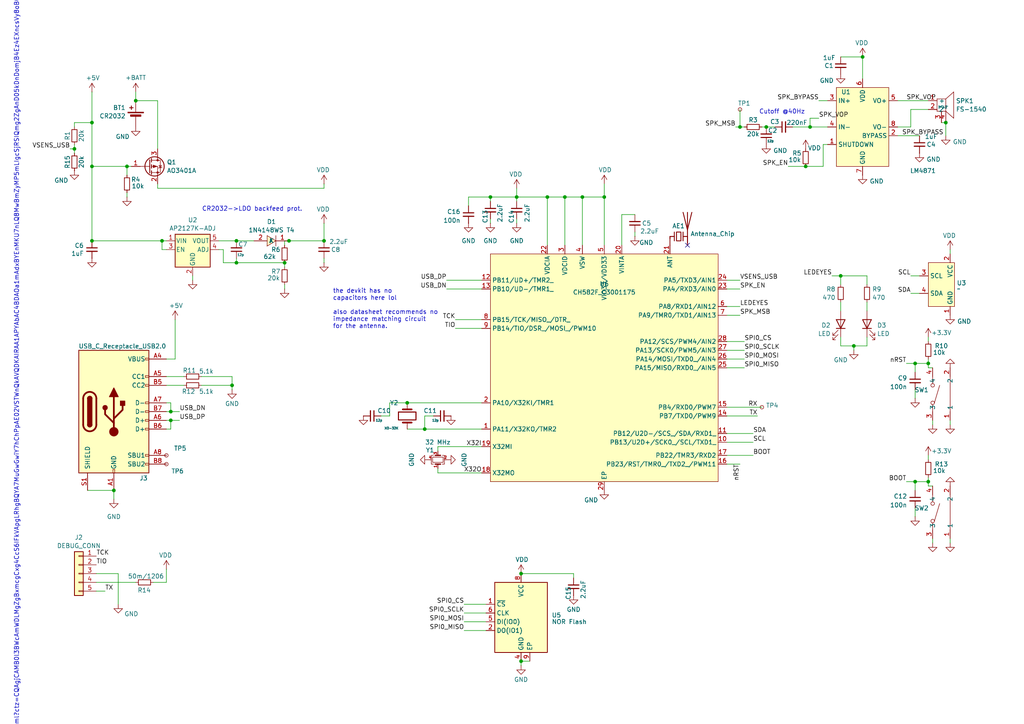
<source format=kicad_sch>
(kicad_sch (version 20250114) (generator "eeschema") (generator_version "9.0")
  (paper "A4")
  (lib_symbols
    (symbol "BadgeMagic:ZD25WD"
      (property "Reference" "U" (at 9.144 0.254 0))
      (symbol "ZD25WD_1_1"
        (pin input line (at -10.16 3.81 0) (length 2.54) (name "~{CS}") (number "1"))
        (pin input line (at -10.16 1.27 0) (length 2.54) (name "CLK") (number "6"))
        (pin bidirectional line (at -10.16 -1.27 0) (length 2.54) (name "DI(IO0)") (number "5"))
        (pin bidirectional line (at -10.16 -3.81 0) (length 2.54) (name "DO(IO1)") (number "2"))
        (pin power_in line (at 0 12.7 270) (length 2.54) (name "VCC") (number "8"))
        (pin power_in line (at 0 -12.7 90) (length 2.54) (name "GND") (number "4"))
        (pin passive line (at 2.54 -12.7 90) (length 2.54) (name "EP") (number "9"))
      )
    )
    (symbol "Connector:TestPoint_Small" (pin_numbers (hide yes)) (pin_names (offset 0.762) (hide yes))
      (property "Reference" "TP" (at 0 3.81 0))
      (property "Value" "TestPoint_Small" (at 0 2.032 0))
      (symbol "TestPoint_Small_1_1"
        (pin passive line (at 0 0 90) (length 0) (name "1") (number "1"))
      )
    )
    (symbol "Connector:USB_C_Receptacle_USB2.0" (pin_names (offset 1.016))
      (property "Reference" "J" (at -10.16 19.05 0))
      (property "Value" "USB_C_Receptacle_USB2.0" (at 19.05 19.05 0))
      (symbol "USB_C_Receptacle_USB2.0_1_1"
        (pin passive line (at -7.62 -22.86 90) (length 5.08) (name "SHIELD") (number "S1"))
        (pin passive line (at 0 -22.86 90) (length 5.08) (name "GND") (number "A1"))
        (pin passive line (at 0 -22.86 90) (length 5.08) (hide yes) (name "GND") (number "A12"))
        (pin passive line (at 0 -22.86 90) (length 5.08) (hide yes) (name "GND") (number "B1"))
        (pin passive line (at 0 -22.86 90) (length 5.08) (hide yes) (name "GND") (number "B12"))
        (pin passive line (at 15.24 15.24 180) (length 5.08) (name "VBUS") (number "A4"))
        (pin passive line (at 15.24 15.24 180) (length 5.08) (hide yes) (name "VBUS") (number "A9"))
        (pin passive line (at 15.24 15.24 180) (length 5.08) (hide yes) (name "VBUS") (number "B4"))
        (pin passive line (at 15.24 15.24 180) (length 5.08) (hide yes) (name "VBUS") (number "B9"))
        (pin bidirectional line (at 15.24 10.16 180) (length 5.08) (name "CC1") (number "A5"))
        (pin bidirectional line (at 15.24 7.62 180) (length 5.08) (name "CC2") (number "B5"))
        (pin bidirectional line (at 15.24 2.54 180) (length 5.08) (name "D-") (number "A7"))
        (pin bidirectional line (at 15.24 0 180) (length 5.08) (name "D-") (number "B7"))
        (pin bidirectional line (at 15.24 -2.54 180) (length 5.08) (name "D+") (number "A6"))
        (pin bidirectional line (at 15.24 -5.08 180) (length 5.08) (name "D+") (number "B6"))
        (pin bidirectional line (at 15.24 -12.7 180) (length 5.08) (name "SBU1") (number "A8"))
        (pin bidirectional line (at 15.24 -15.24 180) (length 5.08) (name "SBU2") (number "B8"))
      )
    )
    (symbol "Connector_Generic:Conn_01x05" (pin_names (offset 1.016) (hide yes))
      (property "Reference" "J" (at 0 7.62 0))
      (property "Value" "Conn_01x05" (at 0 -7.62 0))
      (symbol "Conn_01x05_1_1"
        (pin passive line (at -5.08 5.08 0) (length 3.81) (name "Pin_1") (number "1"))
        (pin passive line (at -5.08 2.54 0) (length 3.81) (name "Pin_2") (number "2"))
        (pin passive line (at -5.08 0 0) (length 3.81) (name "Pin_3") (number "3"))
        (pin passive line (at -5.08 -2.54 0) (length 3.81) (name "Pin_4") (number "4"))
        (pin passive line (at -5.08 -5.08 0) (length 3.81) (name "Pin_5") (number "5"))
      )
    )
    (symbol "Critbit_lib:OLED_4Pin"
      (property "Reference" "U" (at 0 5.08 0))
      (symbol "OLED_4Pin_1_1"
        (pin power_in line (at -6.35 2.54 0) (length 2.54) (name "SCL") (number "3"))
        (pin power_in line (at -6.35 -2.54 0) (length 2.54) (name "SDA") (number "4"))
        (pin power_in line (at 2.54 8.89 270) (length 2.54) (name "VCC") (number "2"))
        (pin power_in line (at 2.54 -8.89 90) (length 2.54) (name "GND") (number "1"))
      )
    )
    (symbol "Device:Antenna_Chip" (pin_numbers (hide yes)) (pin_names (offset 1.016) (hide yes))
      (property "Reference" "AE" (at 0 5.08 0))
      (property "Value" "Antenna_Chip" (at 0 3.175 0))
      (symbol "Antenna_Chip_1_1"
        (pin input line (at -2.54 -2.54 90) (length 2.54) (name "FEED") (number "1"))
        (pin passive line (at 2.54 -2.54 90) (length 2.54) (name "PCB_Trace") (number "2"))
      )
    )
    (symbol "Device:Battery_Cell" (pin_numbers (hide yes)) (pin_names (offset 0) (hide yes))
      (property "Reference" "BT" (at 2.54 2.54 0))
      (property "Value" "Battery_Cell" (at 2.54 0 0))
      (symbol "Battery_Cell_1_1"
        (pin passive line (at 0 5.08 270) (length 2.54) (name "+") (number "1"))
        (pin passive line (at 0 -2.54 90) (length 2.54) (name "-") (number "2"))
      )
    )
    (symbol "Device:C_Small" (pin_numbers (hide yes)) (pin_names (offset 0.254) (hide yes))
      (property "Reference" "C" (at 0.254 1.778 0))
      (property "Value" "C_Small" (at 0.254 -2.032 0))
      (symbol "C_Small_1_1"
        (pin passive line (at 0 2.54 270) (length 2.032) (name "~") (number "1"))
        (pin passive line (at 0 -2.54 90) (length 2.032) (name "~") (number "2"))
      )
    )
    (symbol "Device:Crystal" (pin_numbers (hide yes)) (pin_names (offset 1.016) (hide yes))
      (property "Reference" "Y" (at 0 3.81 0))
      (property "Value" "Crystal" (at 0 -3.81 0))
      (symbol "Crystal_1_1"
        (pin passive line (at -3.81 0 0) (length 1.27) (name "1") (number "1"))
        (pin passive line (at 3.81 0 180) (length 1.27) (name "2") (number "2"))
      )
    )
    (symbol "Device:Crystal_GND24_Small" (pin_names (offset 1.016) (hide yes))
      (property "Reference" "Y" (at 1.27 4.445 0))
      (property "Value" "Crystal_GND24_Small" (at 1.27 2.54 0))
      (symbol "Crystal_GND24_Small_1_1"
        (pin passive line (at -2.54 0 0) (length 1.27) (name "1") (number "1"))
        (pin passive line (at 0 2.54 270) (length 0.635) (name "4") (number "4"))
        (pin passive line (at 0 -2.54 90) (length 0.635) (name "2") (number "2"))
        (pin passive line (at 2.54 0 180) (length 1.27) (name "3") (number "3"))
      )
    )
    (symbol "Device:LED" (pin_numbers (hide yes)) (pin_names (offset 1.016) (hide yes))
      (property "Reference" "D" (at 0 2.54 0))
      (property "Value" "LED" (at 0 -2.54 0))
      (symbol "LED_1_1"
        (pin passive line (at -3.81 0 0) (length 2.54) (name "K") (number "1"))
        (pin passive line (at 3.81 0 180) (length 2.54) (name "A") (number "2"))
      )
    )
    (symbol "Device:R_Small" (pin_numbers (hide yes)) (pin_names (offset 0.254) (hide yes))
      (property "Reference" "R" (at 0.762 0.508 0))
      (property "Value" "R_Small" (at 0.762 -1.016 0))
      (symbol "R_Small_1_1"
        (pin passive line (at 0 2.54 270) (length 0.762) (name "~") (number "1"))
        (pin passive line (at 0 -2.54 90) (length 0.762) (name "~") (number "2"))
      )
    )
    (symbol "Regulator_Linear:AP2127K-ADJ" (pin_names (offset 0.254))
      (property "Reference" "U" (at -5.08 5.715 0))
      (property "Value" "AP2127K-ADJ" (at 0 5.715 0))
      (symbol "AP2127K-ADJ_1_1"
        (pin power_in line (at -7.62 2.54 0) (length 2.54) (name "VIN") (number "1"))
        (pin input line (at -7.62 0 0) (length 2.54) (name "EN") (number "3"))
        (pin power_in line (at 0 -7.62 90) (length 2.54) (name "GND") (number "2"))
        (pin power_out line (at 7.62 2.54 180) (length 2.54) (name "VOUT") (number "5"))
        (pin input line (at 7.62 0 180) (length 2.54) (name "ADJ") (number "4"))
      )
    )
    (symbol "Transistor_FET:AO3401A" (pin_names (hide yes))
      (property "Reference" "Q" (at 5.08 1.905 0))
      (property "Value" "AO3401A" (at 5.08 0 0))
      (symbol "AO3401A_1_1"
        (pin input line (at -5.08 0 0) (length 2.54) (name "G") (number "1"))
        (pin passive line (at 2.54 5.08 270) (length 2.54) (name "D") (number "3"))
        (pin passive line (at 2.54 -5.08 90) (length 2.54) (name "S") (number "2"))
      )
    )
    (symbol "easyeda2kicad:1N4148WST4"
      (property "Reference" "D" (at 0 5.08 0))
      (property "Value" "1N4148WS T4" (at 0 -5.08 0))
      (symbol "1N4148WST4_0_1"
        (pin unspecified line (at -5.08 0 0) (length 3.81) (name "K") (number "1"))
        (pin unspecified line (at 5.08 0 180) (length 3.81) (name "A") (number "2"))
      )
    )
    (symbol "easyeda2kicad:CH582F_C3001175"
      (property "Reference" "U" (at 29.972 34.544 0))
      (property "Value" "CH582F" (at -1.27 -1.27 0))
      (symbol "CH582F_C3001175_0_1"
        (pin unspecified line (at -35.56 25.4 0) (length 2.54) (name "PB11/UD+/TMR2_") (number "12"))
        (pin unspecified line (at -35.56 22.86 0) (length 2.54) (name "PB10/UD-/TMR1_") (number "13"))
        (pin unspecified line (at -35.56 13.97 0) (length 2.54) (name "PB15/TCK/MISO_/DTR_") (number "8"))
        (pin unspecified line (at -35.56 11.43 0) (length 2.54) (name "PB14/TIO/DSR_/MOSI_/PWM10") (number "9"))
        (pin unspecified line (at -35.56 -10.16 0) (length 2.54) (name "PA10/X32KI/TMR1") (number "2"))
        (pin unspecified line (at -35.56 -17.78 0) (length 2.54) (name "PA11/X32KO/TMR2") (number "1"))
        (pin unspecified line (at -35.56 -22.86 0) (length 2.54) (name "X32MI") (number "19"))
        (pin unspecified line (at -35.56 -30.48 0) (length 2.54) (name "X32MO") (number "18"))
        (pin unspecified line (at -16.51 35.56 270) (length 2.54) (name "VDCIA") (number "22"))
        (pin unspecified line (at -11.43 35.56 270) (length 2.54) (name "VDCID") (number "3"))
        (pin unspecified line (at -6.35 35.56 270) (length 2.54) (name "VSW") (number "4"))
        (pin unspecified line (at 0 35.56 270) (length 2.54) (name "VIO33/VDD33") (number "5"))
        (pin unspecified line (at 0 -35.56 90) (length 2.54) (name "EP") (number "29"))
        (pin unspecified line (at 5.08 35.56 270) (length 2.54) (name "VINTA") (number "20"))
        (pin unspecified line (at 19.05 35.56 270) (length 2.54) (name "ANT") (number "21"))
        (pin unspecified line (at 35.56 25.4 180) (length 2.54) (name "PA5/TXD3/AIN1") (number "24"))
        (pin unspecified line (at 35.56 22.86 180) (length 2.54) (name "PA4/RXD3/AIN0") (number "23"))
        (pin unspecified line (at 35.56 17.78 180) (length 2.54) (name "PA8/RXD1/AIN12") (number "6"))
        (pin unspecified line (at 35.56 15.24 180) (length 2.54) (name "PA9/TMR0/TXD1/AIN13") (number "7"))
        (pin unspecified line (at 35.56 7.62 180) (length 2.54) (name "PA12/SCS/PWM4/AIN2") (number "28"))
        (pin unspecified line (at 35.56 5.08 180) (length 2.54) (name "PA13/SCK0/PWM5/AIN3") (number "27"))
        (pin unspecified line (at 35.56 2.54 180) (length 2.54) (name "PA14/MOSI/TXD0_/AIN4") (number "26"))
        (pin unspecified line (at 35.56 0 180) (length 2.54) (name "PA15/MISO/RXD0_/AIN5") (number "25"))
        (pin unspecified line (at 35.56 -11.43 180) (length 2.54) (name "PB4/RXD0/PWM7") (number "15"))
        (pin unspecified line (at 35.56 -13.97 180) (length 2.54) (name "PB7/TXD0/PWM9") (number "14"))
        (pin unspecified line (at 35.56 -19.05 180) (length 2.54) (name "PB12/U2D-/SCS_/SDA/RXD1_") (number "11"))
        (pin unspecified line (at 35.56 -21.59 180) (length 2.54) (name "PB13/U2D+/SCK0_/SCL/TXD1_") (number "10"))
        (pin unspecified line (at 35.56 -25.4 180) (length 2.54) (name "PB22/TMR3/RXD2") (number "17"))
        (pin unspecified line (at 35.56 -27.94 180) (length 2.54) (name "PB23/RST/TMR0_/TXD2_/PWM11") (number "16"))
      )
    )
    (symbol "easyeda2kicad:FS-1540"
      (property "Reference" "SPK" (at 0 6.35 0))
      (property "Value" "FS-1540" (at 0 -10.16 0))
      (symbol "FS-1540_0_1"
        (pin unspecified line (at -3.81 1.27 0) (length 2.54) (name "+") (number "1"))
        (pin unspecified line (at -3.81 -1.27 0) (length 2.54) (name "2") (number "2"))
        (pin unspecified line (at 0 -5.08 90) (length 3.302) (name "3") (number "3"))
        (pin unspecified line (at 1.27 -5.08 90) (length 3.302) (name "4") (number "4"))
      )
    )
    (symbol "easyeda2kicad:LM4871_C7494970"
      (property "Reference" "U" (at 5.588 12.446 0))
      (property "Value" "LM4871_C7494970" (at 0.254 -12.954 0))
      (symbol "LM4871_C7494970_0_1"
        (pin unspecified line (at -10.16 7.62 0) (length 2.54) (name "IN+") (number "3"))
        (pin unspecified line (at -10.16 0 0) (length 2.54) (name "IN-") (number "4"))
        (pin unspecified line (at -10.16 -5.08 0) (length 2.54) (name "SHUTDOWN") (number "1"))
        (pin unspecified line (at 0 13.97 270) (length 2.54) (name "VDD") (number "6"))
        (pin unspecified line (at 0 -13.97 90) (length 2.54) (name "GND") (number "7"))
        (pin unspecified line (at 10.16 7.62 180) (length 2.54) (name "VO+") (number "5"))
        (pin unspecified line (at 10.16 0 180) (length 2.54) (name "VO-") (number "8"))
        (pin unspecified line (at 10.16 -2.54 180) (length 2.54) (name "BYPASS") (number "2"))
      )
    )
    (symbol "easyeda2kicad:TS24CA"
      (property "Reference" "SW" (at 0 7.62 0))
      (property "Value" "TS24CA" (at 0 -7.62 0))
      (symbol "TS24CA_0_1"
        (pin unspecified line (at -7.62 2.54 0) (length 2.54) (name "1") (number "1"))
        (pin unspecified line (at -7.62 -2.54 0) (length 2.54) (name "3") (number "3"))
        (pin unspecified line (at 7.62 -2.54 180) (length 2.54) (name "4") (number "4"))
      )
      (symbol "TS24CA_1_1"
        (pin unspecified line (at 7.62 2.54 180) (length 2.54) (name "2") (number "2"))
      )
    )
    (symbol "power:+3.3V" (power) (pin_names (offset 0))
      (property "Value" "+3.3V" (at 0 3.556 0))
      (symbol "+3.3V_1_1"
        (pin power_in line (at 0 0 90) (length 0) (hide yes) (name "+3.3V") (number "1"))
      )
    )
    (symbol "power:+5V" (power) (pin_numbers (hide yes)) (pin_names (offset 0) (hide yes))
      (property "Value" "+5V" (at 0 3.556 0))
      (symbol "+5V_1_1"
        (pin power_in line (at 0 0 90) (length 0) (name "~") (number "1"))
      )
    )
    (symbol "power:+BATT" (power) (pin_names (offset 0))
      (property "Value" "+BATT" (at 0 3.556 0))
      (symbol "+BATT_1_1"
        (pin power_in line (at 0 0 90) (length 0) (hide yes) (name "+BATT") (number "1"))
      )
    )
    (symbol "power:GND" (power) (pin_numbers (hide yes)) (pin_names (offset 0) (hide yes))
      (property "Value" "GND" (at 0 -3.81 0))
      (symbol "GND_1_1"
        (pin power_in line (at 0 0 270) (length 0) (name "~") (number "1"))
      )
    )
    (symbol "power:VDD" (power) (pin_numbers (hide yes)) (pin_names (offset 0) (hide yes))
      (property "Value" "VDD" (at 0 3.556 0))
      (symbol "VDD_1_1"
        (pin power_in line (at 0 0 90) (length 0) (name "~") (number "1"))
      )
    )
  )
  (text "CR2032->LDO backfeed prot." (at 73.152 60.706 0) (effects (font (size 1.27 1.27))))
  (text "Cutoff @40Hz" (at 226.822 32.512 0) (effects (font (size 1.27 1.27))))
  (text "the devkit has no\ncapacitors here lol\n\nalso datasheet recommends no \nimpedance matching circuit\nfor the antenna." (at 96.5314 89.6174 0) (effects (font (size 1.27 1.27)) (justify left)))
  (text "https://www.falstad.com/circuit/circuitjs.html?ctz=CQAgjCAMB0l3BWcAmWDLMgZgBxmcgCxg4CcS6IFkVApgLRhgBQYA7MuGwGwiY7hChPpAE02VSTWnQkAVQDKAIRAA1APYAbAC4BDAOa1mAdxBYEnMKU7nLQ8MwBmZyMP5mLIgcSjRSIQmg2ZgAnD05kDnDomjB4Ez4EXncsVy8oBOQk9Kzk7MhmABNEvN4sTBK+EELaR10AVx1mfWjbaMI4KAzTcppc6P6Cns9+toJhIYHssaiCgGcuZNFK92kQOs05ozD+3enPWPgCltGR7I61gvYbTzB7XsEJkAksMy6ZJABhACVMcpAAG5aPSGZjqKrcJ4dUj+JAwOBYfBwqo2ZhAA" (at 4.826 27.432 90) (effects (font (size 1.27 1.27))))
  (junction (at 175.26 57.15))
  (junction (at 269.24 105.41))
  (junction (at 67.31 111.76))
  (junction (at 149.86 57.15))
  (junction (at 68.58 76.2))
  (junction (at 21.59 43.18))
  (junction (at 49.53 121.92))
  (junction (at 234.95 36.83))
  (junction (at 247.65 100.33))
  (junction (at 269.24 139.7))
  (junction (at 93.98 69.85))
  (junction (at 168.91 57.15))
  (junction (at 26.67 69.85))
  (junction (at 151.13 191.77))
  (junction (at 265.43 139.7))
  (junction (at 36.83 48.26))
  (junction (at 39.37 29.21))
  (junction (at 274.32 35.56))
  (junction (at 33.02 142.24))
  (junction (at 142.24 57.15))
  (junction (at 82.55 76.2))
  (junction (at 49.53 119.38))
  (junction (at 118.11 116.84))
  (junction (at 26.67 35.56))
  (junction (at 265.43 105.41))
  (junction (at 243.84 80.01))
  (junction (at 214.63 36.83))
  (junction (at 151.13 166.37))
  (junction (at 158.75 57.15))
  (junction (at 163.83 57.15))
  (junction (at 222.25 36.83))
  (junction (at 123.19 124.46))
  (junction (at 26.67 48.26))
  (junction (at 83.82 69.85))
  (junction (at 68.58 69.85))
  (junction (at 233.68 48.26))
  (junction (at 250.19 16.51))
  (junction (at 46.99 69.85))
  (no_connect (at 199.39 71.12))
  (wire (pts (xy 39.37 26.67) (xy 39.37 29.21)))
  (wire (pts (xy 149.86 57.15) (xy 142.24 57.15)))
  (wire (pts (xy 163.83 57.15) (xy 158.75 57.15)))
  (wire (pts (xy 215.9 101.6) (xy 210.82 101.6)))
  (wire (pts (xy 274.32 35.56) (xy 273.05 35.56)))
  (wire (pts (xy 58.42 111.76) (xy 67.31 111.76)))
  (wire (pts (xy 220.98 118.11) (xy 210.82 118.11)))
  (wire (pts (xy 48.26 121.92) (xy 49.53 121.92)))
  (wire (pts (xy 48.26 116.84) (xy 49.53 116.84)))
  (wire (pts (xy 265.43 105.41) (xy 262.89 105.41)))
  (wire (pts (xy 264.16 31.75) (xy 264.16 36.83)))
  (wire (pts (xy 46.99 69.85) (xy 46.99 72.39)))
  (wire (pts (xy 68.58 74.93) (xy 68.58 76.2)))
  (wire (pts (xy 139.7 81.28) (xy 129.54 81.28)))
  (wire (pts (xy 269.24 97.79) (xy 269.24 99.06)))
  (wire (pts (xy 214.63 91.44) (xy 210.82 91.44)))
  (wire (pts (xy 270.51 140.97) (xy 269.24 140.97)))
  (wire (pts (xy 163.83 57.15) (xy 163.83 71.12)))
  (wire (pts (xy 113.03 116.84) (xy 118.11 116.84)))
  (wire (pts (xy 48.26 111.76) (xy 53.34 111.76)))
  (wire (pts (xy 264.16 36.83) (xy 260.35 36.83)))
  (wire (pts (xy 33.02 142.24) (xy 33.02 144.78)))
  (wire (pts (xy 49.53 121.92) (xy 49.53 124.46)))
  (wire (pts (xy 64.77 72.39) (xy 63.5 72.39)))
  (wire (pts (xy 49.53 121.92) (xy 52.07 121.92)))
  (wire (pts (xy 214.63 31.75) (xy 214.63 36.83)))
  (wire (pts (xy 64.77 76.2) (xy 64.77 72.39)))
  (wire (pts (xy 218.44 128.27) (xy 210.82 128.27)))
  (wire (pts (xy 93.98 69.85) (xy 93.98 64.77)))
  (wire (pts (xy 214.63 81.28) (xy 210.82 81.28)))
  (wire (pts (xy 243.84 100.33) (xy 243.84 97.79)))
  (wire (pts (xy 260.35 29.21) (xy 269.24 29.21)))
  (wire (pts (xy 135.89 57.15) (xy 142.24 57.15)))
  (wire (pts (xy 229.87 36.83) (xy 234.95 36.83)))
  (wire (pts (xy 213.36 36.83) (xy 214.63 36.83)))
  (wire (pts (xy 113.03 120.65) (xy 113.03 116.84)))
  (wire (pts (xy 49.53 119.38) (xy 52.07 119.38)))
  (wire (pts (xy 36.83 50.8) (xy 36.83 48.26)))
  (wire (pts (xy 168.91 57.15) (xy 163.83 57.15)))
  (wire (pts (xy 214.63 88.9) (xy 210.82 88.9)))
  (wire (pts (xy 50.8 92.71) (xy 50.8 104.14)))
  (wire (pts (xy 264.16 85.09) (xy 266.7 85.09)))
  (wire (pts (xy 134.62 182.88) (xy 140.97 182.88)))
  (wire (pts (xy 247.65 100.33) (xy 243.84 100.33)))
  (wire (pts (xy 269.24 104.14) (xy 269.24 105.41)))
  (wire (pts (xy 134.62 180.34) (xy 140.97 180.34)))
  (wire (pts (xy 49.53 116.84) (xy 49.53 119.38)))
  (wire (pts (xy 149.86 57.15) (xy 149.86 58.42)))
  (wire (pts (xy 219.71 120.65) (xy 210.82 120.65)))
  (wire (pts (xy 149.86 54.61) (xy 149.86 57.15)))
  (wire (pts (xy 168.91 57.15) (xy 168.91 71.12)))
  (wire (pts (xy 220.98 36.83) (xy 222.25 36.83)))
  (wire (pts (xy 215.9 104.14) (xy 210.82 104.14)))
  (wire (pts (xy 93.98 54.61) (xy 93.98 53.34)))
  (wire (pts (xy 63.5 69.85) (xy 68.58 69.85)))
  (wire (pts (xy 269.24 138.43) (xy 269.24 139.7)))
  (wire (pts (xy 251.46 80.01) (xy 251.46 82.55)))
  (wire (pts (xy 222.25 36.83) (xy 224.79 36.83)))
  (wire (pts (xy 243.84 90.17) (xy 243.84 87.63)))
  (wire (pts (xy 39.37 29.21) (xy 45.72 29.21)))
  (wire (pts (xy 30.48 171.45) (xy 27.94 171.45)))
  (wire (pts (xy 270.51 121.92) (xy 270.51 123.19)))
  (wire (pts (xy 39.37 168.91) (xy 27.94 168.91)))
  (wire (pts (xy 67.31 111.76) (xy 67.31 113.03)))
  (wire (pts (xy 270.51 156.21) (xy 270.51 157.48)))
  (wire (pts (xy 275.59 121.92) (xy 275.59 123.19)))
  (wire (pts (xy 34.29 166.37) (xy 27.94 166.37)))
  (wire (pts (xy 180.34 62.23) (xy 180.34 71.12)))
  (wire (pts (xy 269.24 132.08) (xy 269.24 133.35)))
  (wire (pts (xy 20.32 43.18) (xy 21.59 43.18)))
  (wire (pts (xy 26.67 48.26) (xy 36.83 48.26)))
  (wire (pts (xy 50.8 104.14) (xy 48.26 104.14)))
  (wire (pts (xy 82.55 76.2) (xy 68.58 76.2)))
  (wire (pts (xy 234.95 36.83) (xy 240.03 36.83)))
  (wire (pts (xy 139.7 92.71) (xy 132.08 92.71)))
  (wire (pts (xy 123.19 124.46) (xy 139.7 124.46)))
  (wire (pts (xy 166.37 166.37) (xy 166.37 167.64)))
  (wire (pts (xy 118.11 116.84) (xy 139.7 116.84)))
  (wire (pts (xy 82.55 76.2) (xy 82.55 77.47)))
  (wire (pts (xy 48.26 165.1) (xy 48.26 168.91)))
  (wire (pts (xy 149.86 63.5) (xy 149.86 64.77)))
  (wire (pts (xy 215.9 99.06) (xy 210.82 99.06)))
  (wire (pts (xy 250.19 16.51) (xy 250.19 22.86)))
  (wire (pts (xy 127 129.54) (xy 139.7 129.54)))
  (wire (pts (xy 251.46 100.33) (xy 247.65 100.33)))
  (wire (pts (xy 228.6 48.26) (xy 233.68 48.26)))
  (wire (pts (xy 265.43 139.7) (xy 265.43 142.24)))
  (wire (pts (xy 238.76 41.91) (xy 240.03 41.91)))
  (wire (pts (xy 68.58 76.2) (xy 64.77 76.2)))
  (wire (pts (xy 241.3 80.01) (xy 243.84 80.01)))
  (wire (pts (xy 36.83 55.88) (xy 36.83 57.15)))
  (wire (pts (xy 175.26 53.34) (xy 175.26 57.15)))
  (wire (pts (xy 269.24 140.97) (xy 269.24 139.7)))
  (wire (pts (xy 265.43 147.32) (xy 265.43 149.86)))
  (wire (pts (xy 214.63 36.83) (xy 215.9 36.83)))
  (wire (pts (xy 175.26 57.15) (xy 175.26 71.12)))
  (wire (pts (xy 123.19 120.65) (xy 123.19 124.46)))
  (wire (pts (xy 113.03 120.65) (xy 110.49 120.65)))
  (wire (pts (xy 266.7 39.37) (xy 260.35 39.37)))
  (wire (pts (xy 139.7 95.25) (xy 132.08 95.25)))
  (wire (pts (xy 48.26 72.39) (xy 46.99 72.39)))
  (wire (pts (xy 269.24 106.68) (xy 269.24 105.41)))
  (wire (pts (xy 243.84 80.01) (xy 251.46 80.01)))
  (wire (pts (xy 58.42 109.22) (xy 67.31 109.22)))
  (wire (pts (xy 214.63 134.62) (xy 210.82 134.62)))
  (wire (pts (xy 26.67 26.67) (xy 26.67 35.56)))
  (wire (pts (xy 149.86 57.15) (xy 158.75 57.15)))
  (wire (pts (xy 151.13 191.77) (xy 153.67 191.77)))
  (wire (pts (xy 134.62 175.26) (xy 140.97 175.26)))
  (wire (pts (xy 134.62 177.8) (xy 140.97 177.8)))
  (wire (pts (xy 123.19 120.65) (xy 125.73 120.65)))
  (wire (pts (xy 118.11 124.46) (xy 123.19 124.46)))
  (wire (pts (xy 48.26 119.38) (xy 49.53 119.38)))
  (wire (pts (xy 218.44 132.08) (xy 210.82 132.08)))
  (wire (pts (xy 21.59 36.83) (xy 21.59 35.56)))
  (wire (pts (xy 275.59 156.21) (xy 275.59 157.48)))
  (wire (pts (xy 251.46 97.79) (xy 251.46 100.33)))
  (wire (pts (xy 238.76 41.91) (xy 238.76 48.26)))
  (wire (pts (xy 26.67 35.56) (xy 26.67 48.26)))
  (wire (pts (xy 21.59 43.18) (xy 21.59 44.45)))
  (wire (pts (xy 265.43 105.41) (xy 265.43 107.95)))
  (wire (pts (xy 247.65 100.33) (xy 247.65 101.6)))
  (wire (pts (xy 45.72 29.21) (xy 45.72 43.18)))
  (wire (pts (xy 151.13 191.77) (xy 151.13 193.04)))
  (wire (pts (xy 67.31 109.22) (xy 67.31 111.76)))
  (wire (pts (xy 55.88 80.01) (xy 55.88 81.28)))
  (wire (pts (xy 68.58 69.85) (xy 73.66 69.85)))
  (wire (pts (xy 237.49 29.21) (xy 240.03 29.21)))
  (wire (pts (xy 83.82 69.85) (xy 93.98 69.85)))
  (wire (pts (xy 218.44 125.73) (xy 210.82 125.73)))
  (wire (pts (xy 264.16 80.01) (xy 266.7 80.01)))
  (wire (pts (xy 135.89 59.69) (xy 135.89 57.15)))
  (wire (pts (xy 274.32 39.37) (xy 274.32 35.56)))
  (wire (pts (xy 168.91 57.15) (xy 175.26 57.15)))
  (wire (pts (xy 26.67 48.26) (xy 26.67 69.85)))
  (wire (pts (xy 269.24 31.75) (xy 264.16 31.75)))
  (wire (pts (xy 82.55 69.85) (xy 83.82 69.85)))
  (wire (pts (xy 270.51 106.68) (xy 269.24 106.68)))
  (wire (pts (xy 48.26 168.91) (xy 44.45 168.91)))
  (wire (pts (xy 127 130.81) (xy 127 129.54)))
  (wire (pts (xy 142.24 57.15) (xy 142.24 58.42)))
  (wire (pts (xy 93.98 74.93) (xy 93.98 76.2)))
  (wire (pts (xy 214.63 83.82) (xy 210.82 83.82)))
  (wire (pts (xy 265.43 113.03) (xy 265.43 115.57)))
  (wire (pts (xy 184.15 68.58) (xy 184.15 67.31)))
  (wire (pts (xy 215.9 106.68) (xy 210.82 106.68)))
  (wire (pts (xy 139.7 83.82) (xy 129.54 83.82)))
  (wire (pts (xy 184.15 62.23) (xy 180.34 62.23)))
  (wire (pts (xy 36.83 48.26) (xy 38.1 48.26)))
  (wire (pts (xy 234.95 34.29) (xy 237.49 34.29)))
  (wire (pts (xy 48.26 124.46) (xy 49.53 124.46)))
  (wire (pts (xy 45.72 54.61) (xy 93.98 54.61)))
  (wire (pts (xy 233.68 48.26) (xy 238.76 48.26)))
  (wire (pts (xy 82.55 69.85) (xy 82.55 71.12)))
  (wire (pts (xy 139.7 137.16) (xy 127 137.16)))
  (wire (pts (xy 251.46 87.63) (xy 251.46 90.17)))
  (wire (pts (xy 265.43 139.7) (xy 262.89 139.7)))
  (wire (pts (xy 48.26 109.22) (xy 53.34 109.22)))
  (wire (pts (xy 269.24 105.41) (xy 265.43 105.41)))
  (wire (pts (xy 158.75 57.15) (xy 158.75 71.12)))
  (wire (pts (xy 243.84 80.01) (xy 243.84 82.55)))
  (wire (pts (xy 82.55 82.55) (xy 82.55 83.82)))
  (wire (pts (xy 25.4 142.24) (xy 33.02 142.24)))
  (wire (pts (xy 127 137.16) (xy 127 135.89)))
  (wire (pts (xy 142.24 63.5) (xy 142.24 64.77)))
  (wire (pts (xy 275.59 72.39) (xy 275.59 73.66)))
  (wire (pts (xy 21.59 41.91) (xy 21.59 43.18)))
  (wire (pts (xy 166.37 166.37) (xy 151.13 166.37)))
  (wire (pts (xy 45.72 53.34) (xy 45.72 54.61)))
  (wire (pts (xy 34.29 175.26) (xy 34.29 166.37)))
  (wire (pts (xy 234.95 36.83) (xy 234.95 34.29)))
  (wire (pts (xy 21.59 35.56) (xy 26.67 35.56)))
  (wire (pts (xy 250.19 16.51) (xy 243.84 16.51)))
  (wire (pts (xy 46.99 69.85) (xy 48.26 69.85)))
  (wire (pts (xy 269.24 139.7) (xy 265.43 139.7)))
  (wire (pts (xy 26.67 69.85) (xy 46.99 69.85)))
  (label "LEDEYES" (at 214.63 88.9 0))
  (label "LEDEYES" (at 241.3 80.01 180))
  (label "X32O" (at 139.7 137.16 180))
  (label "SPK_MSB" (at 214.63 91.44 0))
  (label "USB_DN" (at 129.54 83.82 180))
  (label "BOOT" (at 218.44 132.08 0))
  (label "SPK_VOP" (at 237.49 34.29 0))
  (label "nRST" (at 214.63 134.62 270))
  (label "TX" (at 30.48 171.45 0))
  (label "X32I" (at 139.7 129.54 180))
  (label "VSENS_USB" (at 20.32 43.18 180))
  (label "SPK_MSB" (at 213.36 36.83 180))
  (label "SCL" (at 264.16 80.01 180))
  (label "SPK_VOP" (at 262.89 29.21 0))
  (label "RX" (at 219.71 118.11 180))
  (label "SPK_EN" (at 214.63 83.82 0))
  (label "TX" (at 219.71 120.65 180))
  (label "VSENS_USB" (at 214.63 81.28 0))
  (label "SPI0_MOSI" (at 134.62 180.34 180))
  (label "USB_DP" (at 52.07 121.92 0))
  (label "SDA" (at 218.44 125.73 0))
  (label "SPI0_MISO" (at 134.62 182.88 180))
  (label "SPI0_SCLK" (at 134.62 177.8 180))
  (label "SPK_BYPASS" (at 261.62 39.37 0))
  (label "SPI0_CS" (at 134.62 175.26 180))
  (label "TCK" (at 27.94 161.29 0))
  (label "SPI0_MISO" (at 215.9 106.68 0))
  (label "USB_DN" (at 52.07 119.38 0))
  (label "SPI0_CS" (at 215.9 99.06 0))
  (label "SDA" (at 264.16 85.09 180))
  (label "TCK" (at 132.08 92.71 180))
  (label "SCL" (at 218.44 128.27 0))
  (label "SPK_EN" (at 228.6 48.26 180))
  (label "SPI0_MOSI" (at 215.9 104.14 0))
  (label "TIO" (at 132.08 95.25 180))
  (label "nRST" (at 262.89 105.41 180))
  (label "USB_DP" (at 129.54 81.28 180))
  (label "SPK_BYPASS" (at 237.49 29.21 180))
  (label "TIO" (at 27.94 163.83 0))
  (label "SPI0_SCLK" (at 215.9 101.6 0))
  (label "BOOT" (at 262.89 139.7 180))
  (symbol (lib_id "Regulator_Linear:AP2127K-ADJ") (at 55.88 72.39 0) (unit 1)
    (property "Reference" "U2" (at 55.88 63.8005 0))
    (property "Value" "AP2127K-ADJ" (at 55.88 66.2248 0))
    (property "Footprint" "Package_TO_SOT_SMD:SOT-23-5" (effects (hide yes)))
    (property "Datasheet" "https://www.diodes.com/assets/Datasheets/AP2127.pdf" (effects (hide yes)))
    (property "Description" "300mA low dropout adjustable linear regulator, shutdown pin, 2.5V-6V input voltage, SOT-23-5 package" (effects (hide yes)))
    (property "LCSC" "C96343" (effects (hide yes)))
  )
  (symbol (lib_id "Device:C_Small") (at 93.98 72.39 0) (unit 1)
    (property "Reference" "C8" (at 96.012 72.39 0) (effects (justify left)))
    (property "Value" "2.2uF" (at 95.504 70.104 0) (effects (justify left)))
    (property "Footprint" "Capacitor_SMD:C_0402_1005Metric" (effects (hide yes)))
    (property "Description" "10v 2.2uF" (effects (hide yes)))
  )
  (symbol (lib_id "power:GND") (at 274.32 39.37 0) (unit 1)
    (property "Reference" "#PWR07" (effects (hide yes)))
    (property "Value" "GND" (at 278.384 41.148 0))
    (property "Description" "Power symbol creates a global label with name \"GND\" , ground" (effects (hide yes)))
  )
  (symbol (lib_id "power:GND") (at 135.89 64.77 0) (mirror y) (unit 1)
    (property "Reference" "#PWR036" (effects (hide yes)))
    (property "Value" "GND" (at 135.89 69.85 0))
    (property "Description" "Power symbol creates a global label with name \"GND\" , ground" (effects (hide yes)))
  )
  (symbol (lib_id "easyeda2kicad:TS24CA") (at 273.05 114.3 270) (mirror x) (unit 1)
    (property "Reference" "SW1" (at 269.365 113.0878 90) (effects (justify right)))
    (property "Value" "TS24CA" (effects (hide yes)))
    (property "Footprint" "easyeda2kicad:SW-SMD_TS24CA" (effects (hide yes)))
    (property "Datasheet" "https://lcsc.com/product-detail/Tactile-Switches_SHOU-HAN-TS24CA_C393942.html" (effects (hide yes)))
    (property "LCSC" "C393942" (effects (hide yes)))
  )
  (symbol (lib_id "power:+3.3V") (at 269.24 97.79 0) (unit 1)
    (property "Reference" "#PWR023" (effects (hide yes)))
    (property "Value" "+3.3V" (at 273.05 96.52 0))
  )
  (symbol (lib_id "power:GND") (at 275.59 157.48 0) (mirror y) (unit 1)
    (property "Reference" "#PWR045" (effects (hide yes)))
    (property "Value" "GND" (effects (hide yes)))
  )
  (symbol (lib_id "power:GND") (at 265.43 149.86 0) (mirror y) (unit 1)
    (property "Reference" "#PWR040" (effects (hide yes)))
    (property "Value" "GND" (effects (hide yes)))
  )
  (symbol (lib_id "power:GND") (at 55.88 81.28 0) (unit 1)
    (property "Reference" "#PWR018" (effects (hide yes)))
    (property "Value" "GND" (effects (hide yes)))
  )
  (symbol (lib_id "power:GND") (at 124.46 133.35 270) (unit 1)
    (property "Reference" "#PWR024" (effects (hide yes)))
    (property "Value" "GND" (at 119.38 133.35 0))
    (property "Description" "Power symbol creates a global label with name \"GND\" , ground" (effects (hide yes)))
  )
  (symbol (lib_id "power:GND") (at 265.43 115.57 0) (mirror y) (unit 1)
    (property "Reference" "#PWR029" (effects (hide yes)))
    (property "Value" "GND" (effects (hide yes)))
  )
  (symbol (lib_id "power:GND") (at 39.37 36.83 0) (unit 1)
    (property "Reference" "#PWR06" (effects (hide yes)))
    (property "Value" "GND" (at 35.56 39.624 0))
    (property "Description" "Power symbol creates a global label with name \"GND\" , ground" (effects (hide yes)))
  )
  (symbol (lib_id "Device:Crystal") (at 118.11 120.65 270) (unit 1)
    (property "Reference" "Y2" (at 114.3 116.84 90))
    (property "Value" "XO-32K" (at 113.538 124.206 90) (effects (font (size 0.65 0.65))))
    (property "Footprint" "Crystal:Crystal_SMD_2012-2Pin_2.0x1.2mm" (effects (hide yes)))
    (property "Description" "Two pin crystal" (effects (hide yes)))
    (property "LCSC" "C7500573" (effects (hide yes)))
  )
  (symbol (lib_id "power:GND") (at 250.19 50.8 0) (unit 1)
    (property "Reference" "#PWR012" (effects (hide yes)))
    (property "Value" "GND" (at 254.254 52.578 0))
    (property "Description" "Power symbol creates a global label with name \"GND\" , ground" (effects (hide yes)))
  )
  (symbol (lib_id "easyeda2kicad:CH582F_C3001175") (at 175.26 106.68 0) (unit 1)
    (property "Reference" "U6" (at 175.26 82.3425 0))
    (property "Value" "CH582F_C3001175" (at 175.26 84.7668 0))
    (property "Footprint" "easyeda2kicad:QFN-28_L4.0-W4.0-P0.40-BL-EP2.8" (effects (hide yes)))
    (property "LCSC Part" "C3001175" (effects (hide yes)))
  )
  (symbol (lib_id "power:+5V") (at 50.8 92.71 0) (unit 1)
    (property "Reference" "#PWR022" (effects (hide yes)))
    (property "Value" "+5V" (at 51.054 88.646 0))
    (property "Description" "Power symbol creates a global label with name \"+5V\"" (effects (hide yes)))
  )
  (symbol (lib_id "Device:C_Small") (at 265.43 110.49 0) (mirror y) (unit 1)
    (property "Reference" "C9" (at 263.1059 109.6616 0) (effects (justify left)))
    (property "Value" "100n" (at 263.1059 112.1985 0) (effects (justify left)))
    (property "Footprint" "Capacitor_SMD:C_0402_1005Metric" (effects (hide yes)))
    (property "LCSC" "C1525" (effects (hide yes)))
  )
  (symbol (lib_id "Device:C_Small") (at 149.86 60.96 0) (mirror y) (unit 1)
    (property "Reference" "C14" (at 148.336 64.77 90) (effects (justify left)))
    (property "Value" "2.2uF" (at 152.908 64.516 90) (effects (justify left)))
    (property "Footprint" "Capacitor_SMD:C_0402_1005Metric" (effects (hide yes)))
    (property "Description" "10v 2.2uF" (effects (hide yes)))
  )
  (symbol (lib_id "Device:Antenna_Chip") (at 196.85 68.58 0) (unit 1)
    (property "Reference" "AE1" (at 198.628 65.532 0) (effects (justify right)))
    (property "Value" "Antenna_Chip" (at 213.106 67.818 0) (effects (justify right)))
    (property "Footprint" "RF_Antenna:Johanson_2450AT18x100" (effects (hide yes)))
    (property "Description" "Ceramic chip antenna with pin for PCB trace" (effects (hide yes)))
    (property "LCSC" "C127629" (effects (hide yes)))
  )
  (symbol (lib_id "Device:C_Small") (at 142.24 60.96 0) (mirror y) (unit 1)
    (property "Reference" "C13" (at 140.716 64.77 90) (effects (justify left)))
    (property "Value" "2.2uF" (at 145.034 64.516 90) (effects (justify left)))
    (property "Footprint" "Capacitor_SMD:C_0402_1005Metric" (effects (hide yes)))
    (property "Description" "10v 2.2uF" (effects (hide yes)))
  )
  (symbol (lib_id "Connector:TestPoint_Small") (at 220.98 118.11 90) (unit 1) (in_bom no)
    (property "Reference" "TP4" (at 225.806 117.602 90) (effects (justify left)))
    (property "Value" "RX" (effects (hide yes)))
    (property "Footprint" "BadgeMagic:TestPoint_Pad_D0.6mm" (effects (hide yes)))
    (property "Description" "test point" (effects (hide yes)))
  )
  (symbol (lib_id "easyeda2kicad:TS24CA") (at 273.05 148.59 270) (mirror x) (unit 1)
    (property "Reference" "SW2" (at 269.365 147.3778 90) (effects (justify right)))
    (property "Value" "TS24CA" (effects (hide yes)))
    (property "Footprint" "easyeda2kicad:SW-SMD_TS24CA" (effects (hide yes)))
    (property "Datasheet" "https://lcsc.com/product-detail/Tactile-Switches_SHOU-HAN-TS24CA_C393942.html" (effects (hide yes)))
    (property "LCSC" "C393942" (effects (hide yes)))
  )
  (symbol (lib_id "power:VDD") (at 275.59 72.39 0) (mirror y) (unit 1)
    (property "Reference" "#PWR015" (effects (hide yes)))
    (property "Value" "VDD" (at 275.336 68.326 0))
    (property "Description" "Power symbol creates a global label with name \"VDD\"" (effects (hide yes)))
  )
  (symbol (lib_id "power:GND") (at 275.59 123.19 0) (mirror y) (unit 1)
    (property "Reference" "#PWR031" (effects (hide yes)))
    (property "Value" "GND" (effects (hide yes)))
  )
  (symbol (lib_id "Device:C_Small") (at 184.15 64.77 0) (mirror x) (unit 1)
    (property "Reference" "C5" (at 186.182 64.77 0) (effects (justify left)))
    (property "Value" "2.2uF" (at 185.674 67.056 0) (effects (justify left)))
    (property "Footprint" "Capacitor_SMD:C_0402_1005Metric" (effects (hide yes)))
    (property "Description" "10v 2.2uF" (effects (hide yes)))
  )
  (symbol (lib_id "power:GND") (at 34.29 175.26 0) (mirror y) (unit 1)
    (property "Reference" "#PWR049" (effects (hide yes)))
    (property "Value" "GND" (at 38.1 178.054 0))
    (property "Description" "Power symbol creates a global label with name \"GND\" , ground" (effects (hide yes)))
  )
  (symbol (lib_id "easyeda2kicad:1N4148WST4") (at 78.74 69.85 180) (unit 1)
    (property "Reference" "D1" (at 78.74 64.3125 0))
    (property "Value" "1N4148WS T4" (at 78.74 66.7368 0))
    (property "Footprint" "easyeda2kicad:SOD-323_L1.8-W1.3-LS2.5-RD" (effects (hide yes)))
    (property "Datasheet" "https://lcsc.com/product-detail/Switching-Diode_1N4148WS-T4_C2128.html" (effects (hide yes)))
    (property "LCSC Part" "C2128" (effects (hide yes)))
  )
  (symbol (lib_id "Device:R_Small") (at 243.84 85.09 0) (mirror y) (unit 1)
    (property "Reference" "R8" (at 242.3414 83.8779 0) (effects (justify left)))
    (property "Value" "470" (at 242.3414 86.3021 0) (effects (justify left)))
    (property "Footprint" "LED_SMD:LED_0805_2012Metric_Pad1.15x1.40mm_HandSolder" (effects (hide yes)))
  )
  (symbol (lib_id "power:GND") (at 67.31 113.03 0) (mirror y) (unit 1)
    (property "Reference" "#PWR028" (effects (hide yes)))
    (property "Value" "GND" (at 67.31 117.094 0))
    (property "Description" "Power symbol creates a global label with name \"GND\" , ground" (effects (hide yes)))
  )
  (symbol (lib_id "power:VDD") (at 151.13 166.37 0) (unit 1)
    (property "Reference" "#PWR047" (effects (hide yes)))
    (property "Value" "VDD" (at 151.384 162.306 0))
    (property "Description" "Power symbol creates a global label with name \"VDD\"" (effects (hide yes)))
  )
  (symbol (lib_id "power:GND") (at 33.02 144.78 0) (unit 1)
    (property "Reference" "#PWR039" (effects (hide yes)))
    (property "Value" "GND" (at 33.02 149.86 0))
    (property "Description" "Power symbol creates a global label with name \"GND\" , ground" (effects (hide yes)))
  )
  (symbol (lib_id "power:VDD") (at 93.98 53.34 0) (mirror y) (unit 1)
    (property "Reference" "#PWR08" (effects (hide yes)))
    (property "Value" "VDD" (at 93.726 49.276 0))
    (property "Description" "Power symbol creates a global label with name \"VDD\"" (effects (hide yes)))
  )
  (symbol (lib_id "power:GND") (at 149.86 64.77 0) (mirror y) (unit 1)
    (property "Reference" "#PWR042" (effects (hide yes)))
    (property "Value" "GND" (at 149.86 69.85 0))
    (property "Description" "Power symbol creates a global label with name \"GND\" , ground" (effects (hide yes)))
  )
  (symbol (lib_id "power:GND") (at 130.81 120.65 0) (unit 1)
    (property "Reference" "#PWR033" (effects (hide yes)))
    (property "Value" "GND" (effects (hide yes)))
  )
  (symbol (lib_id "power:GND") (at 270.51 123.19 0) (mirror y) (unit 1)
    (property "Reference" "#PWR030" (effects (hide yes)))
    (property "Value" "GND" (effects (hide yes)))
  )
  (symbol (lib_id "power:GND") (at 151.13 193.04 0) (mirror y) (unit 1)
    (property "Reference" "#PWR050" (effects (hide yes)))
    (property "Value" "GND" (at 151.13 197.104 0))
    (property "Description" "Power symbol creates a global label with name \"GND\" , ground" (effects (hide yes)))
  )
  (symbol (lib_id "Device:R_Small") (at 251.46 85.09 0) (unit 1)
    (property "Reference" "R9" (at 252.9586 83.8779 0) (effects (justify left)))
    (property "Value" "470" (at 252.9586 86.3021 0) (effects (justify left)))
    (property "Footprint" "LED_SMD:LED_0805_2012Metric_Pad1.15x1.40mm_HandSolder" (effects (hide yes)))
  )
  (symbol (lib_id "Device:C_Small") (at 128.27 120.65 90) (mirror x) (unit 1)
    (property "Reference" "C11" (at 126.746 119.126 90) (effects (justify left)))
    (property "Value" "12p" (at 127.254 121.92 90) (effects (font (size 0.65 0.65)) (justify left)))
    (property "Footprint" "Capacitor_SMD:C_0402_1005Metric" (effects (hide yes)))
    (property "LCSC" "C1547" (effects (hide yes)))
  )
  (symbol (lib_id "power:VDD") (at 250.19 16.51 0) (mirror y) (unit 1)
    (property "Reference" "#PWR03" (effects (hide yes)))
    (property "Value" "VDD" (at 249.936 12.446 0))
    (property "Description" "Power symbol creates a global label with name \"VDD\"" (effects (hide yes)))
  )
  (symbol (lib_id "Connector:USB_C_Receptacle_USB2.0") (at 33.02 119.38 0) (unit 1)
    (property "Reference" "J3" (at 41.656 138.684 0))
    (property "Value" "USB_C_Receptacle_USB2.0" (at 35.4965 100.4085 0))
    (property "Footprint" "Connector_USB:USB_C_Receptacle_HRO_TYPE-C-31-M-12" (effects (hide yes)))
    (property "Datasheet" "https://www.usb.org/sites/default/files/documents/usb_type-c.zip" (effects (hide yes)))
    (property "LCSC" "C165948" (effects (hide yes)))
  )
  (symbol (lib_id "BadgeMagic:ZD25WD") (at 151.13 179.07 0) (unit 1)
    (property "Reference" "U5" (at 160.02 178.4349 0) (effects (justify left)))
    (property "Value" "NOR Flash" (at 160.02 180.34 0) (effects (justify left)))
    (property "Footprint" "BadgeMagic:USON-8_2x3" (effects (hide yes)))
    (property "LCSC" "C2843335" (effects (hide yes)))
  )
  (symbol (lib_id "power:GND") (at 142.24 64.77 0) (mirror y) (unit 1)
    (property "Reference" "#PWR041" (effects (hide yes)))
    (property "Value" "GND" (at 142.24 69.85 0))
    (property "Description" "Power symbol creates a global label with name \"GND\" , ground" (effects (hide yes)))
  )
  (symbol (lib_id "Device:R_Small") (at 82.55 73.66 180) (unit 1)
    (property "Reference" "R6" (at 80.01 72.39 0))
    (property "Value" "62k" (at 78.232 74.422 0))
    (property "Footprint" "Resistor_SMD:R_0805_2012Metric" (effects (hide yes)))
    (property "LCSC" "C17783" (effects (hide yes)))
  )
  (symbol (lib_id "Device:C_Small") (at 265.43 144.78 0) (mirror y) (unit 1)
    (property "Reference" "C12" (at 263.1059 143.9516 0) (effects (justify left)))
    (property "Value" "100n" (at 263.1059 146.4885 0) (effects (justify left)))
    (property "Footprint" "Capacitor_SMD:C_0402_1005Metric" (effects (hide yes)))
    (property "LCSC" "C1525" (effects (hide yes)))
  )
  (symbol (lib_id "power:VDD") (at 149.86 54.61 0) (mirror y) (unit 1)
    (property "Reference" "#PWR037" (effects (hide yes)))
    (property "Value" "VDD" (at 149.606 50.546 0))
    (property "Description" "Power symbol creates a global label with name \"VDD\"" (effects (hide yes)))
  )
  (symbol (lib_id "Device:C_Small") (at 222.25 39.37 0) (mirror x) (unit 1)
    (property "Reference" "C2" (at 222.758 37.846 0) (effects (justify left)))
    (property "Value" "12p" (at 222.504 40.894 0) (effects (font (size 0.65 0.65)) (justify left)))
    (property "Footprint" "Capacitor_SMD:C_0402_1005Metric" (effects (hide yes)))
    (property "LCSC" "C1547" (effects (hide yes)))
  )
  (symbol (lib_id "Device:C_Small") (at 135.89 62.23 0) (mirror y) (unit 1)
    (property "Reference" "C16" (at 133.5659 61.4016 0) (effects (justify left)))
    (property "Value" "100n" (at 133.5659 63.9385 0) (effects (justify left)))
    (property "Footprint" "Capacitor_SMD:C_0402_1005Metric" (effects (hide yes)))
    (property "LCSC" "C1525" (effects (hide yes)))
  )
  (symbol (lib_id "Device:C_Small") (at 166.37 170.18 0) (mirror y) (unit 1)
    (property "Reference" "C15" (at 164.846 173.99 90) (effects (justify left)))
    (property "Value" "2.2uF" (at 169.164 173.736 90) (effects (justify left)))
    (property "Footprint" "Capacitor_SMD:C_0402_1005Metric" (effects (hide yes)))
    (property "Description" "10v 2.2uF" (effects (hide yes)))
  )
  (symbol (lib_id "Device:R_Small") (at 82.55 80.01 180) (unit 1)
    (property "Reference" "R7" (at 80.01 78.74 0))
    (property "Value" "20k" (at 79.375 80.645 0))
    (property "Footprint" "Resistor_SMD:R_0402_1005Metric" (effects (hide yes)))
    (property "LCSC" "C25741" (effects (hide yes)))
  )
  (symbol (lib_id "Device:C_Small") (at 266.7 41.91 0) (unit 1)
    (property "Reference" "C4" (at 268.732 41.91 0) (effects (justify left)))
    (property "Value" "1uF" (at 268.224 39.624 0) (effects (justify left)))
    (property "Footprint" "Capacitor_SMD:C_0402_1005Metric" (effects (hide yes)))
    (property "Description" "10v 2.2uF" (effects (hide yes)))
  )
  (symbol (lib_id "power:GND") (at 105.41 120.65 0) (mirror y) (unit 1)
    (property "Reference" "#PWR032" (effects (hide yes)))
    (property "Value" "GND" (effects (hide yes)))
  )
  (symbol (lib_id "power:GND") (at 184.15 68.58 0) (mirror y) (unit 1)
    (property "Reference" "#PWR014" (effects (hide yes)))
    (property "Value" "GND" (at 187.452 70.358 0))
    (property "Description" "Power symbol creates a global label with name \"GND\" , ground" (effects (hide yes)))
  )
  (symbol (lib_id "Device:Crystal_GND24_Small") (at 127 133.35 90) (unit 1)
    (property "Reference" "Y1" (at 124.714 130.556 90))
    (property "Value" "32 MHz" (at 127 128.27 90))
    (property "Footprint" "Crystal:Crystal_SMD_2016-4Pin_2.0x1.6mm" (effects (hide yes)))
    (property "Description" "Four pin crystal, GND on pins 2 and 4, small symbol" (effects (hide yes)))
  )
  (symbol (lib_id "power:GND") (at 175.26 142.24 0) (unit 1)
    (property "Reference" "#PWR053" (effects (hide yes)))
    (property "Value" "GND" (at 171.45 145.034 0))
    (property "Description" "Power symbol creates a global label with name \"GND\" , ground" (effects (hide yes)))
  )
  (symbol (lib_id "power:+3.3V") (at 269.24 132.08 0) (unit 1)
    (property "Reference" "#PWR034" (effects (hide yes)))
    (property "Value" "+3.3V" (at 273.05 130.81 0))
  )
  (symbol (lib_id "power:GND") (at 243.84 21.59 0) (mirror y) (unit 1)
    (property "Reference" "#PWR04" (effects (hide yes)))
    (property "Value" "GND" (at 239.776 23.368 0))
    (property "Description" "Power symbol creates a global label with name \"GND\" , ground" (effects (hide yes)))
  )
  (symbol (lib_id "power:+5V") (at 26.67 26.67 0) (unit 1)
    (property "Reference" "#PWR01" (effects (hide yes)))
    (property "Value" "+5V" (at 26.924 22.606 0))
    (property "Description" "Power symbol creates a global label with name \"+5V\"" (effects (hide yes)))
  )
  (symbol (lib_id "Connector:TestPoint_Small") (at 214.63 31.75 90) (unit 1) (in_bom no)
    (property "Reference" "TP1" (at 217.678 29.972 90) (effects (justify left)))
    (property "Value" "RX" (effects (hide yes)))
    (property "Footprint" "BadgeMagic:TestPoint_Pad_D0.6mm" (effects (hide yes)))
    (property "Description" "test point" (effects (hide yes)))
  )
  (symbol (lib_id "power:GND") (at 247.65 101.6 0) (unit 1)
    (property "Reference" "#PWR025" (effects (hide yes)))
    (property "Value" "GND" (at 243.84 104.394 0))
    (property "Description" "Power symbol creates a global label with name \"GND\" , ground" (effects (hide yes)))
  )
  (symbol (lib_id "Device:R_Small") (at 55.88 109.22 90) (unit 1)
    (property "Reference" "R11" (at 56.896 107.442 90) (effects (justify left)))
    (property "Value" "5.1k" (at 61.976 107.696 90) (effects (justify left)))
    (property "Footprint" "Resistor_SMD:R_0402_1005Metric" (effects (hide yes)))
    (property "Description" "Resistor, small symbol" (effects (hide yes)))
  )
  (symbol (lib_id "power:GND") (at 129.54 133.35 90) (unit 1)
    (property "Reference" "#PWR027" (effects (hide yes)))
    (property "Value" "GND" (at 134.62 133.35 0))
    (property "Description" "Power symbol creates a global label with name \"GND\" , ground" (effects (hide yes)))
  )
  (symbol (lib_id "power:GND") (at 93.98 76.2 0) (unit 1)
    (property "Reference" "#PWR017" (effects (hide yes)))
    (property "Value" "GND" (effects (hide yes)))
  )
  (symbol (lib_id "Device:C_Small") (at 243.84 19.05 0) (mirror y) (unit 1)
    (property "Reference" "C1" (at 241.808 19.05 0) (effects (justify left)))
    (property "Value" "1uF" (at 242.316 16.764 0) (effects (justify left)))
    (property "Footprint" "Capacitor_SMD:C_0402_1005Metric" (effects (hide yes)))
    (property "Description" "10v 2.2uF" (effects (hide yes)))
  )
  (symbol (lib_id "power:VDD") (at 48.26 165.1 0) (mirror y) (unit 1)
    (property "Reference" "#PWR019" (effects (hide yes)))
    (property "Value" "VDD" (at 48.006 161.036 0))
    (property "Description" "Power symbol creates a global label with name \"VDD\"" (effects (hide yes)))
  )
  (symbol (lib_id "Device:C_Small") (at 107.95 120.65 270) (unit 1)
    (property "Reference" "C10" (at 109.474 119.126 90) (effects (justify left)))
    (property "Value" "12p" (at 108.966 121.92 90) (effects (font (size 0.65 0.65)) (justify left)))
    (property "Footprint" "Capacitor_SMD:C_0402_1005Metric" (effects (hide yes)))
    (property "LCSC" "C1547" (effects (hide yes)))
  )
  (symbol (lib_id "power:GND") (at 275.59 140.97 0) (mirror x) (unit 1)
    (property "Reference" "#PWR035" (effects (hide yes)))
    (property "Value" "GND" (effects (hide yes)))
  )
  (symbol (lib_id "Device:C_Small") (at 26.67 72.39 0) (mirror y) (unit 1)
    (property "Reference" "C6" (at 24.3332 71.2216 0) (effects (justify left)))
    (property "Value" "1uF" (at 24.3332 73.533 0) (effects (justify left)))
    (property "Footprint" "Capacitor_SMD:C_0402_1005Metric" (effects (hide yes)))
    (property "LCSC" "C52923" (effects (hide yes)))
  )
  (symbol (lib_id "Device:R_Small") (at 55.88 111.76 90) (unit 1)
    (property "Reference" "R12" (at 56.642 113.538 90) (effects (justify left)))
    (property "Value" "5.1k" (at 61.976 113.538 90) (effects (justify left)))
    (property "Footprint" "Resistor_SMD:R_0402_1005Metric" (effects (hide yes)))
    (property "Description" "Resistor, small symbol" (effects (hide yes)))
  )
  (symbol (lib_id "Device:R_Small") (at 41.91 168.91 270) (mirror x) (unit 1)
    (property "Reference" "R14" (at 39.878 171.196 90) (effects (justify left)))
    (property "Value" "50m/1206" (at 37.084 167.132 90) (effects (justify left)))
    (property "Footprint" "Resistor_SMD:R_1206_3216Metric" (effects (hide yes)))
    (property "Description" "Resistor, small symbol" (effects (hide yes)))
  )
  (symbol (lib_id "power:GND") (at 82.55 83.82 0) (unit 1)
    (property "Reference" "#PWR020" (effects (hide yes)))
    (property "Value" "GND" (effects (hide yes)))
  )
  (symbol (lib_id "power:VDD") (at 93.98 64.77 0) (mirror y) (unit 1)
    (property "Reference" "#PWR013" (effects (hide yes)))
    (property "Value" "VDD" (at 93.726 60.706 0))
    (property "Description" "Power symbol creates a global label with name \"VDD\"" (effects (hide yes)))
  )
  (symbol (lib_id "Device:R_Small") (at 21.59 46.99 0) (unit 1)
    (property "Reference" "R15" (at 19.558 46.99 90))
    (property "Value" "20k" (at 23.622 46.99 90))
    (property "Footprint" "Resistor_SMD:R_0402_1005Metric" (effects (hide yes)))
    (property "LCSC" "C25741" (effects (hide yes)))
  )
  (symbol (lib_id "Device:C_Small") (at 68.58 72.39 0) (mirror x) (unit 1)
    (property "Reference" "C7" (at 69.088 70.866 0) (effects (justify left)))
    (property "Value" "12p" (at 68.834 73.914 0) (effects (font (size 0.65 0.65)) (justify left)))
    (property "Footprint" "Capacitor_SMD:C_0402_1005Metric" (effects (hide yes)))
    (property "LCSC" "C1547" (effects (hide yes)))
  )
  (symbol (lib_id "power:GND") (at 270.51 157.48 0) (mirror y) (unit 1)
    (property "Reference" "#PWR044" (effects (hide yes)))
    (property "Value" "GND" (effects (hide yes)))
  )
  (symbol (lib_id "easyeda2kicad:LM4871_C7494970") (at 250.19 36.83 0) (unit 1)
    (property "Reference" "U1" (at 245.364 26.67 0))
    (property "Value" "LM4871" (at 267.716 49.53 0))
    (property "Footprint" "easyeda2kicad:SOIC-8_L4.9-W3.9-P1.27-LS6.0-BL" (effects (hide yes)))
    (property "LCSC Part" "C7494970" (effects (hide yes)))
  )
  (symbol (lib_id "power:GND") (at 222.25 41.91 0) (unit 1)
    (property "Reference" "#PWR051" (effects (hide yes)))
    (property "Value" "GND" (at 226.314 43.688 0))
    (property "Description" "Power symbol creates a global label with name \"GND\" , ground" (effects (hide yes)))
  )
  (symbol (lib_id "Device:LED") (at 251.46 93.98 90) (unit 1)
    (property "Reference" "D3" (at 254.381 94.3554 90) (effects (justify right)))
    (property "Value" "LED" (at 254.381 96.7796 90) (effects (justify right)))
    (property "Footprint" "Critbit_lib:eyeled" (effects (hide yes)))
  )
  (symbol (lib_id "Device:Battery_Cell") (at 39.37 34.29 0) (mirror y) (unit 1)
    (property "Reference" "BT1" (at 36.449 31.2364 0) (effects (justify left)))
    (property "Value" "CR2032" (at 36.449 33.6606 0) (effects (justify left)))
    (property "Footprint" "Battery:BatteryHolder_Multicomp_BC-2001_1x2032" (effects (hide yes)))
  )
  (symbol (lib_id "power:VDD") (at 233.68 43.18 0) (mirror y) (unit 1)
    (property "Reference" "#PWR09" (effects (hide yes)))
    (property "Value" "VDD" (at 236.22 42.926 0))
    (property "Description" "Power symbol creates a global label with name \"VDD\"" (effects (hide yes)))
  )
  (symbol (lib_id "Device:C_Small") (at 227.33 36.83 90) (mirror x) (unit 1)
    (property "Reference" "C3" (at 226.06 35.306 90) (effects (justify left)))
    (property "Value" "220nF" (at 234.188 35.56 90) (effects (justify left)))
    (property "Footprint" "Capacitor_SMD:C_0402_1005Metric" (effects (hide yes)))
  )
  (symbol (lib_id "Device:R_Small") (at 269.24 135.89 0) (mirror x) (unit 1)
    (property "Reference" "R13" (at 273.05 134.62 0))
    (property "Value" "10k" (at 272.415 136.525 0))
    (property "Footprint" "Resistor_SMD:R_0402_1005Metric" (effects (hide yes)))
  )
  (symbol (lib_id "power:GND") (at 21.59 49.53 0) (unit 1)
    (property "Reference" "#PWR05" (effects (hide yes)))
    (property "Value" "GND" (at 17.78 52.324 0))
    (property "Description" "Power symbol creates a global label with name \"GND\" , ground" (effects (hide yes)))
  )
  (symbol (lib_id "Connector:TestPoint_Small") (at 48.26 134.62 90) (unit 1) (in_bom no)
    (property "Reference" "TP6" (at 53.34 136.652 90) (effects (justify left)))
    (property "Value" "RX" (effects (hide yes)))
    (property "Footprint" "BadgeMagic:TestPoint_Pad_D0.6mm" (effects (hide yes)))
    (property "Description" "test point" (effects (hide yes)))
  )
  (symbol (lib_id "Transistor_FET:AO3401A") (at 43.18 48.26 0) (unit 1)
    (property "Reference" "Q1" (at 48.387 47.0478 0) (effects (justify left)))
    (property "Value" "AO3401A" (at 48.387 49.4721 0) (effects (justify left)))
    (property "Footprint" "Package_TO_SOT_SMD:SOT-23" (effects (hide yes)))
    (property "Datasheet" "http://www.aosmd.com/pdfs/datasheet/AO3401A.pdf" (effects (hide yes)))
    (property "Description" "-4.0A Id, -30V Vds, P-Channel MOSFET, SOT-23" (effects (hide yes)))
  )
  (symbol (lib_id "Device:R_Small") (at 233.68 45.72 180) (unit 1)
    (property "Reference" "R5" (at 231.14 44.45 0))
    (property "Value" "10k" (at 230.505 46.355 0))
    (property "Footprint" "Resistor_SMD:R_0402_1005Metric" (effects (hide yes)))
    (property "LCSC" "C25741" (effects (hide yes)))
  )
  (symbol (lib_id "Connector_Generic:Conn_01x05") (at 22.86 166.37 0) (mirror y) (unit 1)
    (property "Reference" "J2" (at 22.86 155.8755 0))
    (property "Value" "DEBUG_CONN" (at 22.86 158.2998 0))
    (property "Footprint" "Connector_PinHeader_2.54mm:PinHeader_1x05_P2.54mm_Vertical" (effects (hide yes)))
    (property "Description" "Generic connector, single row, 01x05, script generated (kicad-library-utils/schlib/autogen/connector/)" (effects (hide yes)))
  )
  (symbol (lib_id "power:GND") (at 26.67 74.93 0) (unit 1)
    (property "Reference" "#PWR016" (effects (hide yes)))
    (property "Value" "GND" (effects (hide yes)))
  )
  (symbol (lib_id "power:VDD") (at 175.26 53.34 0) (unit 1)
    (property "Reference" "#PWR052" (effects (hide yes)))
    (property "Value" "VDD" (at 175.514 49.276 0))
    (property "Description" "Power symbol creates a global label with name \"VDD\"" (effects (hide yes)))
  )
  (symbol (lib_id "Device:R_Small") (at 21.59 39.37 0) (unit 1)
    (property "Reference" "R1" (at 19.558 39.37 90))
    (property "Value" "20k" (at 23.622 39.37 90))
    (property "Footprint" "Resistor_SMD:R_0402_1005Metric" (effects (hide yes)))
    (property "LCSC" "C25741" (effects (hide yes)))
  )
  (symbol (lib_id "power:GND") (at 275.59 91.44 0) (unit 1)
    (property "Reference" "#PWR021" (effects (hide yes)))
    (property "Value" "GND" (at 279.654 93.218 0))
    (property "Description" "Power symbol creates a global label with name \"GND\" , ground" (effects (hide yes)))
  )
  (symbol (lib_id "Device:R_Small") (at 269.24 101.6 0) (mirror x) (unit 1)
    (property "Reference" "R10" (at 273.05 100.33 0))
    (property "Value" "10k" (at 272.415 102.235 0))
    (property "Footprint" "Resistor_SMD:R_0402_1005Metric" (effects (hide yes)))
  )
  (symbol (lib_id "Device:R_Small") (at 218.44 36.83 270) (unit 1)
    (property "Reference" "R3" (at 218.44 34.798 90))
    (property "Value" "20k" (at 218.44 38.862 90))
    (property "Footprint" "Resistor_SMD:R_0402_1005Metric" (effects (hide yes)))
    (property "LCSC" "C25741" (effects (hide yes)))
  )
  (symbol (lib_id "Device:R_Small") (at 36.83 53.34 0) (mirror x) (unit 1)
    (property "Reference" "R4" (at 39.37 52.07 0))
    (property "Value" "10k" (at 40.005 53.975 0))
    (property "Footprint" "Resistor_SMD:R_0402_1005Metric" (effects (hide yes)))
    (property "LCSC" "C25741" (effects (hide yes)))
  )
  (symbol (lib_id "power:GND") (at 166.37 172.72 0) (mirror y) (unit 1)
    (property "Reference" "#PWR048" (effects (hide yes)))
    (property "Value" "GND" (at 166.37 176.784 0))
    (property "Description" "Power symbol creates a global label with name \"GND\" , ground" (effects (hide yes)))
  )
  (symbol (lib_id "Connector:TestPoint_Small") (at 48.26 132.08 90) (unit 1) (in_bom no)
    (property "Reference" "TP5" (at 54.102 130.048 90) (effects (justify left)))
    (property "Value" "RX" (effects (hide yes)))
    (property "Footprint" "BadgeMagic:TestPoint_Pad_D0.6mm" (effects (hide yes)))
    (property "Description" "test point" (effects (hide yes)))
  )
  (symbol (lib_id "power:+BATT") (at 39.37 26.67 0) (mirror y) (unit 1)
    (property "Reference" "#PWR02" (effects (hide yes)))
    (property "Value" "+BATT" (at 39.37 22.5369 0))
  )
  (symbol (lib_id "Device:LED") (at 243.84 93.98 270) (mirror x) (unit 1)
    (property "Reference" "D2" (at 240.919 94.3554 90) (effects (justify right)))
    (property "Value" "LED" (at 240.919 96.7796 90) (effects (justify right)))
    (property "Footprint" "Critbit_lib:eyeled" (effects (hide yes)))
  )
  (symbol (lib_id "easyeda2kicad:FS-1540") (at 273.05 30.48 0) (unit 1)
    (property "Reference" "SPK1" (at 277.245 29.2678 0) (effects (justify left)))
    (property "Value" "FS-1540" (at 277.245 31.6921 0) (effects (justify left)))
    (property "Footprint" "easyeda2kicad:BUZ-SMD_5P-L15.0-W15.0-P13.7-BL" (effects (hide yes)))
    (property "LCSC Part" "C482341" (effects (hide yes)))
  )
  (symbol (lib_id "Critbit_lib:OLED_4Pin") (at 273.05 82.55 0) (unit 1)
    (property "Reference" "U3" (at 277.495 82.0808 0) (effects (justify left)))
    (property "Value" "~" (at 277.495 83.7622 0) (effects (justify left)))
    (property "Footprint" "Connector_PinHeader_2.54mm:PinHeader_1x04_P2.54mm_Vertical" (effects (hide yes)))
  )
  (symbol (lib_id "power:GND") (at 36.83 57.15 0) (unit 1)
    (property "Reference" "#PWR011" (effects (hide yes)))
    (property "Value" "GND" (effects (hide yes)))
  )
  (symbol (lib_id "power:GND") (at 275.59 106.68 0) (mirror x) (unit 1)
    (property "Reference" "#PWR026" (effects (hide yes)))
    (property "Value" "GND" (effects (hide yes)))
  )
  (symbol (lib_id "power:GND") (at 266.7 44.45 0) (unit 1)
    (property "Reference" "#PWR010" (effects (hide yes)))
    (property "Value" "GND" (at 270.764 46.228 0))
    (property "Description" "Power symbol creates a global label with name \"GND\" , ground" (effects (hide yes)))
  )
)
</source>
